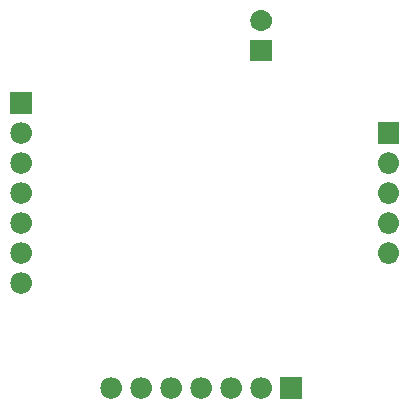
<source format=gbr>
G04 #@! TF.GenerationSoftware,KiCad,Pcbnew,(5.1.4)-1*
G04 #@! TF.CreationDate,2019-11-25T23:53:57+00:00*
G04 #@! TF.ProjectId,KeyPad BCD encoder,4b657950-6164-4204-9243-4420656e636f,rev?*
G04 #@! TF.SameCoordinates,Original*
G04 #@! TF.FileFunction,Soldermask,Bot*
G04 #@! TF.FilePolarity,Negative*
%FSLAX46Y46*%
G04 Gerber Fmt 4.6, Leading zero omitted, Abs format (unit mm)*
G04 Created by KiCad (PCBNEW (5.1.4)-1) date 2019-11-25 23:53:57*
%MOMM*%
%LPD*%
G04 APERTURE LIST*
%ADD10C,0.100000*%
G04 APERTURE END LIST*
D10*
G36*
X160286000Y-103771000D02*
G01*
X158484000Y-103771000D01*
X158484000Y-101969000D01*
X160286000Y-101969000D01*
X160286000Y-103771000D01*
X160286000Y-103771000D01*
G37*
G36*
X154415442Y-101975518D02*
G01*
X154481627Y-101982037D01*
X154651466Y-102033557D01*
X154807991Y-102117222D01*
X154843729Y-102146552D01*
X154945186Y-102229814D01*
X155028448Y-102331271D01*
X155057778Y-102367009D01*
X155141443Y-102523534D01*
X155192963Y-102693373D01*
X155210359Y-102870000D01*
X155192963Y-103046627D01*
X155141443Y-103216466D01*
X155057778Y-103372991D01*
X155028448Y-103408729D01*
X154945186Y-103510186D01*
X154843729Y-103593448D01*
X154807991Y-103622778D01*
X154651466Y-103706443D01*
X154481627Y-103757963D01*
X154415443Y-103764481D01*
X154349260Y-103771000D01*
X154260740Y-103771000D01*
X154194557Y-103764481D01*
X154128373Y-103757963D01*
X153958534Y-103706443D01*
X153802009Y-103622778D01*
X153766271Y-103593448D01*
X153664814Y-103510186D01*
X153581552Y-103408729D01*
X153552222Y-103372991D01*
X153468557Y-103216466D01*
X153417037Y-103046627D01*
X153399641Y-102870000D01*
X153417037Y-102693373D01*
X153468557Y-102523534D01*
X153552222Y-102367009D01*
X153581552Y-102331271D01*
X153664814Y-102229814D01*
X153766271Y-102146552D01*
X153802009Y-102117222D01*
X153958534Y-102033557D01*
X154128373Y-101982037D01*
X154194558Y-101975518D01*
X154260740Y-101969000D01*
X154349260Y-101969000D01*
X154415442Y-101975518D01*
X154415442Y-101975518D01*
G37*
G36*
X151875442Y-101975518D02*
G01*
X151941627Y-101982037D01*
X152111466Y-102033557D01*
X152267991Y-102117222D01*
X152303729Y-102146552D01*
X152405186Y-102229814D01*
X152488448Y-102331271D01*
X152517778Y-102367009D01*
X152601443Y-102523534D01*
X152652963Y-102693373D01*
X152670359Y-102870000D01*
X152652963Y-103046627D01*
X152601443Y-103216466D01*
X152517778Y-103372991D01*
X152488448Y-103408729D01*
X152405186Y-103510186D01*
X152303729Y-103593448D01*
X152267991Y-103622778D01*
X152111466Y-103706443D01*
X151941627Y-103757963D01*
X151875443Y-103764481D01*
X151809260Y-103771000D01*
X151720740Y-103771000D01*
X151654557Y-103764481D01*
X151588373Y-103757963D01*
X151418534Y-103706443D01*
X151262009Y-103622778D01*
X151226271Y-103593448D01*
X151124814Y-103510186D01*
X151041552Y-103408729D01*
X151012222Y-103372991D01*
X150928557Y-103216466D01*
X150877037Y-103046627D01*
X150859641Y-102870000D01*
X150877037Y-102693373D01*
X150928557Y-102523534D01*
X151012222Y-102367009D01*
X151041552Y-102331271D01*
X151124814Y-102229814D01*
X151226271Y-102146552D01*
X151262009Y-102117222D01*
X151418534Y-102033557D01*
X151588373Y-101982037D01*
X151654558Y-101975518D01*
X151720740Y-101969000D01*
X151809260Y-101969000D01*
X151875442Y-101975518D01*
X151875442Y-101975518D01*
G37*
G36*
X149335442Y-101975518D02*
G01*
X149401627Y-101982037D01*
X149571466Y-102033557D01*
X149727991Y-102117222D01*
X149763729Y-102146552D01*
X149865186Y-102229814D01*
X149948448Y-102331271D01*
X149977778Y-102367009D01*
X150061443Y-102523534D01*
X150112963Y-102693373D01*
X150130359Y-102870000D01*
X150112963Y-103046627D01*
X150061443Y-103216466D01*
X149977778Y-103372991D01*
X149948448Y-103408729D01*
X149865186Y-103510186D01*
X149763729Y-103593448D01*
X149727991Y-103622778D01*
X149571466Y-103706443D01*
X149401627Y-103757963D01*
X149335443Y-103764481D01*
X149269260Y-103771000D01*
X149180740Y-103771000D01*
X149114557Y-103764481D01*
X149048373Y-103757963D01*
X148878534Y-103706443D01*
X148722009Y-103622778D01*
X148686271Y-103593448D01*
X148584814Y-103510186D01*
X148501552Y-103408729D01*
X148472222Y-103372991D01*
X148388557Y-103216466D01*
X148337037Y-103046627D01*
X148319641Y-102870000D01*
X148337037Y-102693373D01*
X148388557Y-102523534D01*
X148472222Y-102367009D01*
X148501552Y-102331271D01*
X148584814Y-102229814D01*
X148686271Y-102146552D01*
X148722009Y-102117222D01*
X148878534Y-102033557D01*
X149048373Y-101982037D01*
X149114558Y-101975518D01*
X149180740Y-101969000D01*
X149269260Y-101969000D01*
X149335442Y-101975518D01*
X149335442Y-101975518D01*
G37*
G36*
X146795442Y-101975518D02*
G01*
X146861627Y-101982037D01*
X147031466Y-102033557D01*
X147187991Y-102117222D01*
X147223729Y-102146552D01*
X147325186Y-102229814D01*
X147408448Y-102331271D01*
X147437778Y-102367009D01*
X147521443Y-102523534D01*
X147572963Y-102693373D01*
X147590359Y-102870000D01*
X147572963Y-103046627D01*
X147521443Y-103216466D01*
X147437778Y-103372991D01*
X147408448Y-103408729D01*
X147325186Y-103510186D01*
X147223729Y-103593448D01*
X147187991Y-103622778D01*
X147031466Y-103706443D01*
X146861627Y-103757963D01*
X146795443Y-103764481D01*
X146729260Y-103771000D01*
X146640740Y-103771000D01*
X146574557Y-103764481D01*
X146508373Y-103757963D01*
X146338534Y-103706443D01*
X146182009Y-103622778D01*
X146146271Y-103593448D01*
X146044814Y-103510186D01*
X145961552Y-103408729D01*
X145932222Y-103372991D01*
X145848557Y-103216466D01*
X145797037Y-103046627D01*
X145779641Y-102870000D01*
X145797037Y-102693373D01*
X145848557Y-102523534D01*
X145932222Y-102367009D01*
X145961552Y-102331271D01*
X146044814Y-102229814D01*
X146146271Y-102146552D01*
X146182009Y-102117222D01*
X146338534Y-102033557D01*
X146508373Y-101982037D01*
X146574558Y-101975518D01*
X146640740Y-101969000D01*
X146729260Y-101969000D01*
X146795442Y-101975518D01*
X146795442Y-101975518D01*
G37*
G36*
X144255442Y-101975518D02*
G01*
X144321627Y-101982037D01*
X144491466Y-102033557D01*
X144647991Y-102117222D01*
X144683729Y-102146552D01*
X144785186Y-102229814D01*
X144868448Y-102331271D01*
X144897778Y-102367009D01*
X144981443Y-102523534D01*
X145032963Y-102693373D01*
X145050359Y-102870000D01*
X145032963Y-103046627D01*
X144981443Y-103216466D01*
X144897778Y-103372991D01*
X144868448Y-103408729D01*
X144785186Y-103510186D01*
X144683729Y-103593448D01*
X144647991Y-103622778D01*
X144491466Y-103706443D01*
X144321627Y-103757963D01*
X144255443Y-103764481D01*
X144189260Y-103771000D01*
X144100740Y-103771000D01*
X144034557Y-103764481D01*
X143968373Y-103757963D01*
X143798534Y-103706443D01*
X143642009Y-103622778D01*
X143606271Y-103593448D01*
X143504814Y-103510186D01*
X143421552Y-103408729D01*
X143392222Y-103372991D01*
X143308557Y-103216466D01*
X143257037Y-103046627D01*
X143239641Y-102870000D01*
X143257037Y-102693373D01*
X143308557Y-102523534D01*
X143392222Y-102367009D01*
X143421552Y-102331271D01*
X143504814Y-102229814D01*
X143606271Y-102146552D01*
X143642009Y-102117222D01*
X143798534Y-102033557D01*
X143968373Y-101982037D01*
X144034558Y-101975518D01*
X144100740Y-101969000D01*
X144189260Y-101969000D01*
X144255442Y-101975518D01*
X144255442Y-101975518D01*
G37*
G36*
X156955442Y-101975518D02*
G01*
X157021627Y-101982037D01*
X157191466Y-102033557D01*
X157347991Y-102117222D01*
X157383729Y-102146552D01*
X157485186Y-102229814D01*
X157568448Y-102331271D01*
X157597778Y-102367009D01*
X157681443Y-102523534D01*
X157732963Y-102693373D01*
X157750359Y-102870000D01*
X157732963Y-103046627D01*
X157681443Y-103216466D01*
X157597778Y-103372991D01*
X157568448Y-103408729D01*
X157485186Y-103510186D01*
X157383729Y-103593448D01*
X157347991Y-103622778D01*
X157191466Y-103706443D01*
X157021627Y-103757963D01*
X156955443Y-103764481D01*
X156889260Y-103771000D01*
X156800740Y-103771000D01*
X156734557Y-103764481D01*
X156668373Y-103757963D01*
X156498534Y-103706443D01*
X156342009Y-103622778D01*
X156306271Y-103593448D01*
X156204814Y-103510186D01*
X156121552Y-103408729D01*
X156092222Y-103372991D01*
X156008557Y-103216466D01*
X155957037Y-103046627D01*
X155939641Y-102870000D01*
X155957037Y-102693373D01*
X156008557Y-102523534D01*
X156092222Y-102367009D01*
X156121552Y-102331271D01*
X156204814Y-102229814D01*
X156306271Y-102146552D01*
X156342009Y-102117222D01*
X156498534Y-102033557D01*
X156668373Y-101982037D01*
X156734558Y-101975518D01*
X156800740Y-101969000D01*
X156889260Y-101969000D01*
X156955442Y-101975518D01*
X156955442Y-101975518D01*
G37*
G36*
X136635443Y-93085519D02*
G01*
X136701627Y-93092037D01*
X136871466Y-93143557D01*
X137027991Y-93227222D01*
X137063729Y-93256552D01*
X137165186Y-93339814D01*
X137248448Y-93441271D01*
X137277778Y-93477009D01*
X137361443Y-93633534D01*
X137412963Y-93803373D01*
X137430359Y-93980000D01*
X137412963Y-94156627D01*
X137361443Y-94326466D01*
X137277778Y-94482991D01*
X137248448Y-94518729D01*
X137165186Y-94620186D01*
X137063729Y-94703448D01*
X137027991Y-94732778D01*
X136871466Y-94816443D01*
X136701627Y-94867963D01*
X136635443Y-94874481D01*
X136569260Y-94881000D01*
X136480740Y-94881000D01*
X136414557Y-94874481D01*
X136348373Y-94867963D01*
X136178534Y-94816443D01*
X136022009Y-94732778D01*
X135986271Y-94703448D01*
X135884814Y-94620186D01*
X135801552Y-94518729D01*
X135772222Y-94482991D01*
X135688557Y-94326466D01*
X135637037Y-94156627D01*
X135619641Y-93980000D01*
X135637037Y-93803373D01*
X135688557Y-93633534D01*
X135772222Y-93477009D01*
X135801552Y-93441271D01*
X135884814Y-93339814D01*
X135986271Y-93256552D01*
X136022009Y-93227222D01*
X136178534Y-93143557D01*
X136348373Y-93092037D01*
X136414557Y-93085519D01*
X136480740Y-93079000D01*
X136569260Y-93079000D01*
X136635443Y-93085519D01*
X136635443Y-93085519D01*
G37*
G36*
X167750443Y-90545519D02*
G01*
X167816627Y-90552037D01*
X167986466Y-90603557D01*
X168142991Y-90687222D01*
X168178729Y-90716552D01*
X168280186Y-90799814D01*
X168363448Y-90901271D01*
X168392778Y-90937009D01*
X168476443Y-91093534D01*
X168527963Y-91263373D01*
X168545359Y-91440000D01*
X168527963Y-91616627D01*
X168476443Y-91786466D01*
X168392778Y-91942991D01*
X168363448Y-91978729D01*
X168280186Y-92080186D01*
X168178729Y-92163448D01*
X168142991Y-92192778D01*
X167986466Y-92276443D01*
X167816627Y-92327963D01*
X167750443Y-92334481D01*
X167684260Y-92341000D01*
X167595740Y-92341000D01*
X167529557Y-92334481D01*
X167463373Y-92327963D01*
X167293534Y-92276443D01*
X167137009Y-92192778D01*
X167101271Y-92163448D01*
X166999814Y-92080186D01*
X166916552Y-91978729D01*
X166887222Y-91942991D01*
X166803557Y-91786466D01*
X166752037Y-91616627D01*
X166734641Y-91440000D01*
X166752037Y-91263373D01*
X166803557Y-91093534D01*
X166887222Y-90937009D01*
X166916552Y-90901271D01*
X166999814Y-90799814D01*
X167101271Y-90716552D01*
X167137009Y-90687222D01*
X167293534Y-90603557D01*
X167463373Y-90552037D01*
X167529558Y-90545518D01*
X167595740Y-90539000D01*
X167684260Y-90539000D01*
X167750443Y-90545519D01*
X167750443Y-90545519D01*
G37*
G36*
X136635443Y-90545519D02*
G01*
X136701627Y-90552037D01*
X136871466Y-90603557D01*
X137027991Y-90687222D01*
X137063729Y-90716552D01*
X137165186Y-90799814D01*
X137248448Y-90901271D01*
X137277778Y-90937009D01*
X137361443Y-91093534D01*
X137412963Y-91263373D01*
X137430359Y-91440000D01*
X137412963Y-91616627D01*
X137361443Y-91786466D01*
X137277778Y-91942991D01*
X137248448Y-91978729D01*
X137165186Y-92080186D01*
X137063729Y-92163448D01*
X137027991Y-92192778D01*
X136871466Y-92276443D01*
X136701627Y-92327963D01*
X136635443Y-92334481D01*
X136569260Y-92341000D01*
X136480740Y-92341000D01*
X136414557Y-92334481D01*
X136348373Y-92327963D01*
X136178534Y-92276443D01*
X136022009Y-92192778D01*
X135986271Y-92163448D01*
X135884814Y-92080186D01*
X135801552Y-91978729D01*
X135772222Y-91942991D01*
X135688557Y-91786466D01*
X135637037Y-91616627D01*
X135619641Y-91440000D01*
X135637037Y-91263373D01*
X135688557Y-91093534D01*
X135772222Y-90937009D01*
X135801552Y-90901271D01*
X135884814Y-90799814D01*
X135986271Y-90716552D01*
X136022009Y-90687222D01*
X136178534Y-90603557D01*
X136348373Y-90552037D01*
X136414557Y-90545519D01*
X136480740Y-90539000D01*
X136569260Y-90539000D01*
X136635443Y-90545519D01*
X136635443Y-90545519D01*
G37*
G36*
X167750443Y-88005519D02*
G01*
X167816627Y-88012037D01*
X167986466Y-88063557D01*
X168142991Y-88147222D01*
X168178729Y-88176552D01*
X168280186Y-88259814D01*
X168363448Y-88361271D01*
X168392778Y-88397009D01*
X168476443Y-88553534D01*
X168527963Y-88723373D01*
X168545359Y-88900000D01*
X168527963Y-89076627D01*
X168476443Y-89246466D01*
X168392778Y-89402991D01*
X168363448Y-89438729D01*
X168280186Y-89540186D01*
X168178729Y-89623448D01*
X168142991Y-89652778D01*
X167986466Y-89736443D01*
X167816627Y-89787963D01*
X167750443Y-89794481D01*
X167684260Y-89801000D01*
X167595740Y-89801000D01*
X167529557Y-89794481D01*
X167463373Y-89787963D01*
X167293534Y-89736443D01*
X167137009Y-89652778D01*
X167101271Y-89623448D01*
X166999814Y-89540186D01*
X166916552Y-89438729D01*
X166887222Y-89402991D01*
X166803557Y-89246466D01*
X166752037Y-89076627D01*
X166734641Y-88900000D01*
X166752037Y-88723373D01*
X166803557Y-88553534D01*
X166887222Y-88397009D01*
X166916552Y-88361271D01*
X166999814Y-88259814D01*
X167101271Y-88176552D01*
X167137009Y-88147222D01*
X167293534Y-88063557D01*
X167463373Y-88012037D01*
X167529557Y-88005519D01*
X167595740Y-87999000D01*
X167684260Y-87999000D01*
X167750443Y-88005519D01*
X167750443Y-88005519D01*
G37*
G36*
X136635443Y-88005519D02*
G01*
X136701627Y-88012037D01*
X136871466Y-88063557D01*
X137027991Y-88147222D01*
X137063729Y-88176552D01*
X137165186Y-88259814D01*
X137248448Y-88361271D01*
X137277778Y-88397009D01*
X137361443Y-88553534D01*
X137412963Y-88723373D01*
X137430359Y-88900000D01*
X137412963Y-89076627D01*
X137361443Y-89246466D01*
X137277778Y-89402991D01*
X137248448Y-89438729D01*
X137165186Y-89540186D01*
X137063729Y-89623448D01*
X137027991Y-89652778D01*
X136871466Y-89736443D01*
X136701627Y-89787963D01*
X136635443Y-89794481D01*
X136569260Y-89801000D01*
X136480740Y-89801000D01*
X136414557Y-89794481D01*
X136348373Y-89787963D01*
X136178534Y-89736443D01*
X136022009Y-89652778D01*
X135986271Y-89623448D01*
X135884814Y-89540186D01*
X135801552Y-89438729D01*
X135772222Y-89402991D01*
X135688557Y-89246466D01*
X135637037Y-89076627D01*
X135619641Y-88900000D01*
X135637037Y-88723373D01*
X135688557Y-88553534D01*
X135772222Y-88397009D01*
X135801552Y-88361271D01*
X135884814Y-88259814D01*
X135986271Y-88176552D01*
X136022009Y-88147222D01*
X136178534Y-88063557D01*
X136348373Y-88012037D01*
X136414557Y-88005519D01*
X136480740Y-87999000D01*
X136569260Y-87999000D01*
X136635443Y-88005519D01*
X136635443Y-88005519D01*
G37*
G36*
X136635442Y-85465518D02*
G01*
X136701627Y-85472037D01*
X136871466Y-85523557D01*
X137027991Y-85607222D01*
X137063729Y-85636552D01*
X137165186Y-85719814D01*
X137248448Y-85821271D01*
X137277778Y-85857009D01*
X137361443Y-86013534D01*
X137412963Y-86183373D01*
X137430359Y-86360000D01*
X137412963Y-86536627D01*
X137361443Y-86706466D01*
X137277778Y-86862991D01*
X137248448Y-86898729D01*
X137165186Y-87000186D01*
X137063729Y-87083448D01*
X137027991Y-87112778D01*
X136871466Y-87196443D01*
X136701627Y-87247963D01*
X136635442Y-87254482D01*
X136569260Y-87261000D01*
X136480740Y-87261000D01*
X136414558Y-87254482D01*
X136348373Y-87247963D01*
X136178534Y-87196443D01*
X136022009Y-87112778D01*
X135986271Y-87083448D01*
X135884814Y-87000186D01*
X135801552Y-86898729D01*
X135772222Y-86862991D01*
X135688557Y-86706466D01*
X135637037Y-86536627D01*
X135619641Y-86360000D01*
X135637037Y-86183373D01*
X135688557Y-86013534D01*
X135772222Y-85857009D01*
X135801552Y-85821271D01*
X135884814Y-85719814D01*
X135986271Y-85636552D01*
X136022009Y-85607222D01*
X136178534Y-85523557D01*
X136348373Y-85472037D01*
X136414558Y-85465518D01*
X136480740Y-85459000D01*
X136569260Y-85459000D01*
X136635442Y-85465518D01*
X136635442Y-85465518D01*
G37*
G36*
X167750442Y-85465518D02*
G01*
X167816627Y-85472037D01*
X167986466Y-85523557D01*
X168142991Y-85607222D01*
X168178729Y-85636552D01*
X168280186Y-85719814D01*
X168363448Y-85821271D01*
X168392778Y-85857009D01*
X168476443Y-86013534D01*
X168527963Y-86183373D01*
X168545359Y-86360000D01*
X168527963Y-86536627D01*
X168476443Y-86706466D01*
X168392778Y-86862991D01*
X168363448Y-86898729D01*
X168280186Y-87000186D01*
X168178729Y-87083448D01*
X168142991Y-87112778D01*
X167986466Y-87196443D01*
X167816627Y-87247963D01*
X167750442Y-87254482D01*
X167684260Y-87261000D01*
X167595740Y-87261000D01*
X167529558Y-87254482D01*
X167463373Y-87247963D01*
X167293534Y-87196443D01*
X167137009Y-87112778D01*
X167101271Y-87083448D01*
X166999814Y-87000186D01*
X166916552Y-86898729D01*
X166887222Y-86862991D01*
X166803557Y-86706466D01*
X166752037Y-86536627D01*
X166734641Y-86360000D01*
X166752037Y-86183373D01*
X166803557Y-86013534D01*
X166887222Y-85857009D01*
X166916552Y-85821271D01*
X166999814Y-85719814D01*
X167101271Y-85636552D01*
X167137009Y-85607222D01*
X167293534Y-85523557D01*
X167463373Y-85472037D01*
X167529558Y-85465518D01*
X167595740Y-85459000D01*
X167684260Y-85459000D01*
X167750442Y-85465518D01*
X167750442Y-85465518D01*
G37*
G36*
X136635443Y-82925519D02*
G01*
X136701627Y-82932037D01*
X136871466Y-82983557D01*
X137027991Y-83067222D01*
X137063729Y-83096552D01*
X137165186Y-83179814D01*
X137248448Y-83281271D01*
X137277778Y-83317009D01*
X137361443Y-83473534D01*
X137412963Y-83643373D01*
X137430359Y-83820000D01*
X137412963Y-83996627D01*
X137361443Y-84166466D01*
X137277778Y-84322991D01*
X137248448Y-84358729D01*
X137165186Y-84460186D01*
X137063729Y-84543448D01*
X137027991Y-84572778D01*
X136871466Y-84656443D01*
X136701627Y-84707963D01*
X136635443Y-84714481D01*
X136569260Y-84721000D01*
X136480740Y-84721000D01*
X136414557Y-84714481D01*
X136348373Y-84707963D01*
X136178534Y-84656443D01*
X136022009Y-84572778D01*
X135986271Y-84543448D01*
X135884814Y-84460186D01*
X135801552Y-84358729D01*
X135772222Y-84322991D01*
X135688557Y-84166466D01*
X135637037Y-83996627D01*
X135619641Y-83820000D01*
X135637037Y-83643373D01*
X135688557Y-83473534D01*
X135772222Y-83317009D01*
X135801552Y-83281271D01*
X135884814Y-83179814D01*
X135986271Y-83096552D01*
X136022009Y-83067222D01*
X136178534Y-82983557D01*
X136348373Y-82932037D01*
X136414557Y-82925519D01*
X136480740Y-82919000D01*
X136569260Y-82919000D01*
X136635443Y-82925519D01*
X136635443Y-82925519D01*
G37*
G36*
X167750443Y-82925519D02*
G01*
X167816627Y-82932037D01*
X167986466Y-82983557D01*
X168142991Y-83067222D01*
X168178729Y-83096552D01*
X168280186Y-83179814D01*
X168363448Y-83281271D01*
X168392778Y-83317009D01*
X168476443Y-83473534D01*
X168527963Y-83643373D01*
X168545359Y-83820000D01*
X168527963Y-83996627D01*
X168476443Y-84166466D01*
X168392778Y-84322991D01*
X168363448Y-84358729D01*
X168280186Y-84460186D01*
X168178729Y-84543448D01*
X168142991Y-84572778D01*
X167986466Y-84656443D01*
X167816627Y-84707963D01*
X167750443Y-84714481D01*
X167684260Y-84721000D01*
X167595740Y-84721000D01*
X167529557Y-84714481D01*
X167463373Y-84707963D01*
X167293534Y-84656443D01*
X167137009Y-84572778D01*
X167101271Y-84543448D01*
X166999814Y-84460186D01*
X166916552Y-84358729D01*
X166887222Y-84322991D01*
X166803557Y-84166466D01*
X166752037Y-83996627D01*
X166734641Y-83820000D01*
X166752037Y-83643373D01*
X166803557Y-83473534D01*
X166887222Y-83317009D01*
X166916552Y-83281271D01*
X166999814Y-83179814D01*
X167101271Y-83096552D01*
X167137009Y-83067222D01*
X167293534Y-82983557D01*
X167463373Y-82932037D01*
X167529557Y-82925519D01*
X167595740Y-82919000D01*
X167684260Y-82919000D01*
X167750443Y-82925519D01*
X167750443Y-82925519D01*
G37*
G36*
X168541000Y-82181000D02*
G01*
X166739000Y-82181000D01*
X166739000Y-80379000D01*
X168541000Y-80379000D01*
X168541000Y-82181000D01*
X168541000Y-82181000D01*
G37*
G36*
X136635442Y-80385518D02*
G01*
X136701627Y-80392037D01*
X136871466Y-80443557D01*
X137027991Y-80527222D01*
X137063729Y-80556552D01*
X137165186Y-80639814D01*
X137248448Y-80741271D01*
X137277778Y-80777009D01*
X137361443Y-80933534D01*
X137412963Y-81103373D01*
X137430359Y-81280000D01*
X137412963Y-81456627D01*
X137361443Y-81626466D01*
X137277778Y-81782991D01*
X137248448Y-81818729D01*
X137165186Y-81920186D01*
X137063729Y-82003448D01*
X137027991Y-82032778D01*
X136871466Y-82116443D01*
X136701627Y-82167963D01*
X136635443Y-82174481D01*
X136569260Y-82181000D01*
X136480740Y-82181000D01*
X136414557Y-82174481D01*
X136348373Y-82167963D01*
X136178534Y-82116443D01*
X136022009Y-82032778D01*
X135986271Y-82003448D01*
X135884814Y-81920186D01*
X135801552Y-81818729D01*
X135772222Y-81782991D01*
X135688557Y-81626466D01*
X135637037Y-81456627D01*
X135619641Y-81280000D01*
X135637037Y-81103373D01*
X135688557Y-80933534D01*
X135772222Y-80777009D01*
X135801552Y-80741271D01*
X135884814Y-80639814D01*
X135986271Y-80556552D01*
X136022009Y-80527222D01*
X136178534Y-80443557D01*
X136348373Y-80392037D01*
X136414558Y-80385518D01*
X136480740Y-80379000D01*
X136569260Y-80379000D01*
X136635442Y-80385518D01*
X136635442Y-80385518D01*
G37*
G36*
X137426000Y-79641000D02*
G01*
X135624000Y-79641000D01*
X135624000Y-77839000D01*
X137426000Y-77839000D01*
X137426000Y-79641000D01*
X137426000Y-79641000D01*
G37*
G36*
X157746000Y-75196000D02*
G01*
X155944000Y-75196000D01*
X155944000Y-73394000D01*
X157746000Y-73394000D01*
X157746000Y-75196000D01*
X157746000Y-75196000D01*
G37*
G36*
X156955442Y-70860518D02*
G01*
X157021627Y-70867037D01*
X157191466Y-70918557D01*
X157347991Y-71002222D01*
X157383729Y-71031552D01*
X157485186Y-71114814D01*
X157568448Y-71216271D01*
X157597778Y-71252009D01*
X157681443Y-71408534D01*
X157732963Y-71578373D01*
X157750359Y-71755000D01*
X157732963Y-71931627D01*
X157681443Y-72101466D01*
X157597778Y-72257991D01*
X157568448Y-72293729D01*
X157485186Y-72395186D01*
X157383729Y-72478448D01*
X157347991Y-72507778D01*
X157191466Y-72591443D01*
X157021627Y-72642963D01*
X156955443Y-72649481D01*
X156889260Y-72656000D01*
X156800740Y-72656000D01*
X156734557Y-72649481D01*
X156668373Y-72642963D01*
X156498534Y-72591443D01*
X156342009Y-72507778D01*
X156306271Y-72478448D01*
X156204814Y-72395186D01*
X156121552Y-72293729D01*
X156092222Y-72257991D01*
X156008557Y-72101466D01*
X155957037Y-71931627D01*
X155939641Y-71755000D01*
X155957037Y-71578373D01*
X156008557Y-71408534D01*
X156092222Y-71252009D01*
X156121552Y-71216271D01*
X156204814Y-71114814D01*
X156306271Y-71031552D01*
X156342009Y-71002222D01*
X156498534Y-70918557D01*
X156668373Y-70867037D01*
X156734558Y-70860518D01*
X156800740Y-70854000D01*
X156889260Y-70854000D01*
X156955442Y-70860518D01*
X156955442Y-70860518D01*
G37*
M02*

</source>
